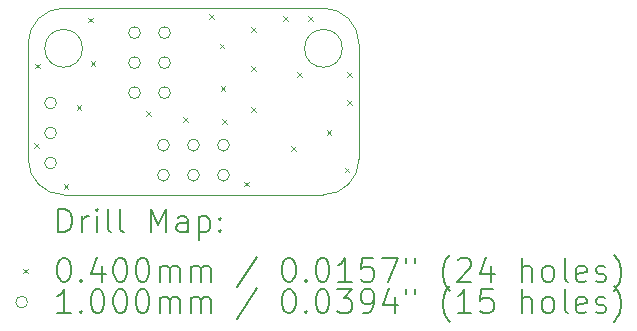
<source format=gbr>
%TF.GenerationSoftware,KiCad,Pcbnew,7.0.9*%
%TF.CreationDate,2025-02-16T20:29:11+01:00*%
%TF.ProjectId,sao_pcb,73616f5f-7063-4622-9e6b-696361645f70,rev?*%
%TF.SameCoordinates,Original*%
%TF.FileFunction,Drillmap*%
%TF.FilePolarity,Positive*%
%FSLAX45Y45*%
G04 Gerber Fmt 4.5, Leading zero omitted, Abs format (unit mm)*
G04 Created by KiCad (PCBNEW 7.0.9) date 2025-02-16 20:29:11*
%MOMM*%
%LPD*%
G01*
G04 APERTURE LIST*
%ADD10C,0.100000*%
%ADD11C,0.200000*%
G04 APERTURE END LIST*
D10*
X14100000Y-8640000D02*
G75*
G03*
X14400000Y-8940000I300000J0D01*
G01*
X16600000Y-8940000D02*
G75*
G03*
X16900000Y-8640000I0J300000D01*
G01*
X16600000Y-8940000D02*
X14400000Y-8940000D01*
X14400000Y-7360000D02*
G75*
G03*
X14100000Y-7660000I0J-300000D01*
G01*
X14100000Y-8640000D02*
X14100000Y-7660000D01*
X16900000Y-7660000D02*
G75*
G03*
X16600000Y-7360000I-300000J0D01*
G01*
X16900000Y-7660000D02*
X16900000Y-8640000D01*
X14400000Y-7360000D02*
X16600000Y-7360000D01*
X14560000Y-7700000D02*
G75*
G03*
X14560000Y-7700000I-160000J0D01*
G01*
X16760000Y-7700000D02*
G75*
G03*
X16760000Y-7700000I-160000J0D01*
G01*
D11*
D10*
X14150000Y-8500000D02*
X14190000Y-8540000D01*
X14190000Y-8500000D02*
X14150000Y-8540000D01*
X14160000Y-7830000D02*
X14200000Y-7870000D01*
X14200000Y-7830000D02*
X14160000Y-7870000D01*
X14400000Y-8850000D02*
X14440000Y-8890000D01*
X14440000Y-8850000D02*
X14400000Y-8890000D01*
X14510000Y-8180000D02*
X14550000Y-8220000D01*
X14550000Y-8180000D02*
X14510000Y-8220000D01*
X14610000Y-7440000D02*
X14650000Y-7480000D01*
X14650000Y-7440000D02*
X14610000Y-7480000D01*
X14630000Y-7810000D02*
X14670000Y-7850000D01*
X14670000Y-7810000D02*
X14630000Y-7850000D01*
X15100000Y-8230000D02*
X15140000Y-8270000D01*
X15140000Y-8230000D02*
X15100000Y-8270000D01*
X15410000Y-8280000D02*
X15450000Y-8320000D01*
X15450000Y-8280000D02*
X15410000Y-8320000D01*
X15630000Y-7410000D02*
X15670000Y-7450000D01*
X15670000Y-7410000D02*
X15630000Y-7450000D01*
X15720000Y-7660000D02*
X15760000Y-7700000D01*
X15760000Y-7660000D02*
X15720000Y-7700000D01*
X15730000Y-8020000D02*
X15770000Y-8060000D01*
X15770000Y-8020000D02*
X15730000Y-8060000D01*
X15740000Y-8300000D02*
X15780000Y-8340000D01*
X15780000Y-8300000D02*
X15740000Y-8340000D01*
X15930000Y-8830000D02*
X15970000Y-8870000D01*
X15970000Y-8830000D02*
X15930000Y-8870000D01*
X15990000Y-7520000D02*
X16030000Y-7560000D01*
X16030000Y-7520000D02*
X15990000Y-7560000D01*
X15990000Y-7850000D02*
X16030000Y-7890000D01*
X16030000Y-7850000D02*
X15990000Y-7890000D01*
X15990000Y-8200000D02*
X16030000Y-8240000D01*
X16030000Y-8200000D02*
X15990000Y-8240000D01*
X16260000Y-7430000D02*
X16300000Y-7470000D01*
X16300000Y-7430000D02*
X16260000Y-7470000D01*
X16326500Y-8530000D02*
X16366500Y-8570000D01*
X16366500Y-8530000D02*
X16326500Y-8570000D01*
X16380000Y-7900000D02*
X16420000Y-7940000D01*
X16420000Y-7900000D02*
X16380000Y-7940000D01*
X16470000Y-7430000D02*
X16510000Y-7470000D01*
X16510000Y-7430000D02*
X16470000Y-7470000D01*
X16626500Y-8390000D02*
X16666500Y-8430000D01*
X16666500Y-8390000D02*
X16626500Y-8430000D01*
X16780000Y-8710000D02*
X16820000Y-8750000D01*
X16820000Y-8710000D02*
X16780000Y-8750000D01*
X16800000Y-7900000D02*
X16840000Y-7940000D01*
X16840000Y-7900000D02*
X16800000Y-7940000D01*
X16800000Y-8140000D02*
X16840000Y-8180000D01*
X16840000Y-8140000D02*
X16800000Y-8180000D01*
X14340000Y-8162000D02*
G75*
G03*
X14340000Y-8162000I-50000J0D01*
G01*
X14340000Y-8416000D02*
G75*
G03*
X14340000Y-8416000I-50000J0D01*
G01*
X14340000Y-8670000D02*
G75*
G03*
X14340000Y-8670000I-50000J0D01*
G01*
X15050000Y-7568297D02*
G75*
G03*
X15050000Y-7568297I-50000J0D01*
G01*
X15050000Y-7822297D02*
G75*
G03*
X15050000Y-7822297I-50000J0D01*
G01*
X15050000Y-8076297D02*
G75*
G03*
X15050000Y-8076297I-50000J0D01*
G01*
X15295500Y-8520000D02*
G75*
G03*
X15295500Y-8520000I-50000J0D01*
G01*
X15295500Y-8774000D02*
G75*
G03*
X15295500Y-8774000I-50000J0D01*
G01*
X15304000Y-7568297D02*
G75*
G03*
X15304000Y-7568297I-50000J0D01*
G01*
X15304000Y-7822297D02*
G75*
G03*
X15304000Y-7822297I-50000J0D01*
G01*
X15304000Y-8076297D02*
G75*
G03*
X15304000Y-8076297I-50000J0D01*
G01*
X15549500Y-8520000D02*
G75*
G03*
X15549500Y-8520000I-50000J0D01*
G01*
X15549500Y-8774000D02*
G75*
G03*
X15549500Y-8774000I-50000J0D01*
G01*
X15803500Y-8520000D02*
G75*
G03*
X15803500Y-8520000I-50000J0D01*
G01*
X15803500Y-8774000D02*
G75*
G03*
X15803500Y-8774000I-50000J0D01*
G01*
D11*
X14355777Y-9256484D02*
X14355777Y-9056484D01*
X14355777Y-9056484D02*
X14403396Y-9056484D01*
X14403396Y-9056484D02*
X14431967Y-9066008D01*
X14431967Y-9066008D02*
X14451015Y-9085055D01*
X14451015Y-9085055D02*
X14460539Y-9104103D01*
X14460539Y-9104103D02*
X14470062Y-9142198D01*
X14470062Y-9142198D02*
X14470062Y-9170770D01*
X14470062Y-9170770D02*
X14460539Y-9208865D01*
X14460539Y-9208865D02*
X14451015Y-9227912D01*
X14451015Y-9227912D02*
X14431967Y-9246960D01*
X14431967Y-9246960D02*
X14403396Y-9256484D01*
X14403396Y-9256484D02*
X14355777Y-9256484D01*
X14555777Y-9256484D02*
X14555777Y-9123150D01*
X14555777Y-9161246D02*
X14565301Y-9142198D01*
X14565301Y-9142198D02*
X14574824Y-9132674D01*
X14574824Y-9132674D02*
X14593872Y-9123150D01*
X14593872Y-9123150D02*
X14612920Y-9123150D01*
X14679586Y-9256484D02*
X14679586Y-9123150D01*
X14679586Y-9056484D02*
X14670062Y-9066008D01*
X14670062Y-9066008D02*
X14679586Y-9075531D01*
X14679586Y-9075531D02*
X14689110Y-9066008D01*
X14689110Y-9066008D02*
X14679586Y-9056484D01*
X14679586Y-9056484D02*
X14679586Y-9075531D01*
X14803396Y-9256484D02*
X14784348Y-9246960D01*
X14784348Y-9246960D02*
X14774824Y-9227912D01*
X14774824Y-9227912D02*
X14774824Y-9056484D01*
X14908158Y-9256484D02*
X14889110Y-9246960D01*
X14889110Y-9246960D02*
X14879586Y-9227912D01*
X14879586Y-9227912D02*
X14879586Y-9056484D01*
X15136729Y-9256484D02*
X15136729Y-9056484D01*
X15136729Y-9056484D02*
X15203396Y-9199341D01*
X15203396Y-9199341D02*
X15270062Y-9056484D01*
X15270062Y-9056484D02*
X15270062Y-9256484D01*
X15451015Y-9256484D02*
X15451015Y-9151722D01*
X15451015Y-9151722D02*
X15441491Y-9132674D01*
X15441491Y-9132674D02*
X15422443Y-9123150D01*
X15422443Y-9123150D02*
X15384348Y-9123150D01*
X15384348Y-9123150D02*
X15365301Y-9132674D01*
X15451015Y-9246960D02*
X15431967Y-9256484D01*
X15431967Y-9256484D02*
X15384348Y-9256484D01*
X15384348Y-9256484D02*
X15365301Y-9246960D01*
X15365301Y-9246960D02*
X15355777Y-9227912D01*
X15355777Y-9227912D02*
X15355777Y-9208865D01*
X15355777Y-9208865D02*
X15365301Y-9189817D01*
X15365301Y-9189817D02*
X15384348Y-9180293D01*
X15384348Y-9180293D02*
X15431967Y-9180293D01*
X15431967Y-9180293D02*
X15451015Y-9170770D01*
X15546253Y-9123150D02*
X15546253Y-9323150D01*
X15546253Y-9132674D02*
X15565301Y-9123150D01*
X15565301Y-9123150D02*
X15603396Y-9123150D01*
X15603396Y-9123150D02*
X15622443Y-9132674D01*
X15622443Y-9132674D02*
X15631967Y-9142198D01*
X15631967Y-9142198D02*
X15641491Y-9161246D01*
X15641491Y-9161246D02*
X15641491Y-9218389D01*
X15641491Y-9218389D02*
X15631967Y-9237436D01*
X15631967Y-9237436D02*
X15622443Y-9246960D01*
X15622443Y-9246960D02*
X15603396Y-9256484D01*
X15603396Y-9256484D02*
X15565301Y-9256484D01*
X15565301Y-9256484D02*
X15546253Y-9246960D01*
X15727205Y-9237436D02*
X15736729Y-9246960D01*
X15736729Y-9246960D02*
X15727205Y-9256484D01*
X15727205Y-9256484D02*
X15717682Y-9246960D01*
X15717682Y-9246960D02*
X15727205Y-9237436D01*
X15727205Y-9237436D02*
X15727205Y-9256484D01*
X15727205Y-9132674D02*
X15736729Y-9142198D01*
X15736729Y-9142198D02*
X15727205Y-9151722D01*
X15727205Y-9151722D02*
X15717682Y-9142198D01*
X15717682Y-9142198D02*
X15727205Y-9132674D01*
X15727205Y-9132674D02*
X15727205Y-9151722D01*
D10*
X14055000Y-9565000D02*
X14095000Y-9605000D01*
X14095000Y-9565000D02*
X14055000Y-9605000D01*
D11*
X14393872Y-9476484D02*
X14412920Y-9476484D01*
X14412920Y-9476484D02*
X14431967Y-9486008D01*
X14431967Y-9486008D02*
X14441491Y-9495531D01*
X14441491Y-9495531D02*
X14451015Y-9514579D01*
X14451015Y-9514579D02*
X14460539Y-9552674D01*
X14460539Y-9552674D02*
X14460539Y-9600293D01*
X14460539Y-9600293D02*
X14451015Y-9638389D01*
X14451015Y-9638389D02*
X14441491Y-9657436D01*
X14441491Y-9657436D02*
X14431967Y-9666960D01*
X14431967Y-9666960D02*
X14412920Y-9676484D01*
X14412920Y-9676484D02*
X14393872Y-9676484D01*
X14393872Y-9676484D02*
X14374824Y-9666960D01*
X14374824Y-9666960D02*
X14365301Y-9657436D01*
X14365301Y-9657436D02*
X14355777Y-9638389D01*
X14355777Y-9638389D02*
X14346253Y-9600293D01*
X14346253Y-9600293D02*
X14346253Y-9552674D01*
X14346253Y-9552674D02*
X14355777Y-9514579D01*
X14355777Y-9514579D02*
X14365301Y-9495531D01*
X14365301Y-9495531D02*
X14374824Y-9486008D01*
X14374824Y-9486008D02*
X14393872Y-9476484D01*
X14546253Y-9657436D02*
X14555777Y-9666960D01*
X14555777Y-9666960D02*
X14546253Y-9676484D01*
X14546253Y-9676484D02*
X14536729Y-9666960D01*
X14536729Y-9666960D02*
X14546253Y-9657436D01*
X14546253Y-9657436D02*
X14546253Y-9676484D01*
X14727205Y-9543150D02*
X14727205Y-9676484D01*
X14679586Y-9466960D02*
X14631967Y-9609817D01*
X14631967Y-9609817D02*
X14755777Y-9609817D01*
X14870062Y-9476484D02*
X14889110Y-9476484D01*
X14889110Y-9476484D02*
X14908158Y-9486008D01*
X14908158Y-9486008D02*
X14917682Y-9495531D01*
X14917682Y-9495531D02*
X14927205Y-9514579D01*
X14927205Y-9514579D02*
X14936729Y-9552674D01*
X14936729Y-9552674D02*
X14936729Y-9600293D01*
X14936729Y-9600293D02*
X14927205Y-9638389D01*
X14927205Y-9638389D02*
X14917682Y-9657436D01*
X14917682Y-9657436D02*
X14908158Y-9666960D01*
X14908158Y-9666960D02*
X14889110Y-9676484D01*
X14889110Y-9676484D02*
X14870062Y-9676484D01*
X14870062Y-9676484D02*
X14851015Y-9666960D01*
X14851015Y-9666960D02*
X14841491Y-9657436D01*
X14841491Y-9657436D02*
X14831967Y-9638389D01*
X14831967Y-9638389D02*
X14822443Y-9600293D01*
X14822443Y-9600293D02*
X14822443Y-9552674D01*
X14822443Y-9552674D02*
X14831967Y-9514579D01*
X14831967Y-9514579D02*
X14841491Y-9495531D01*
X14841491Y-9495531D02*
X14851015Y-9486008D01*
X14851015Y-9486008D02*
X14870062Y-9476484D01*
X15060539Y-9476484D02*
X15079586Y-9476484D01*
X15079586Y-9476484D02*
X15098634Y-9486008D01*
X15098634Y-9486008D02*
X15108158Y-9495531D01*
X15108158Y-9495531D02*
X15117682Y-9514579D01*
X15117682Y-9514579D02*
X15127205Y-9552674D01*
X15127205Y-9552674D02*
X15127205Y-9600293D01*
X15127205Y-9600293D02*
X15117682Y-9638389D01*
X15117682Y-9638389D02*
X15108158Y-9657436D01*
X15108158Y-9657436D02*
X15098634Y-9666960D01*
X15098634Y-9666960D02*
X15079586Y-9676484D01*
X15079586Y-9676484D02*
X15060539Y-9676484D01*
X15060539Y-9676484D02*
X15041491Y-9666960D01*
X15041491Y-9666960D02*
X15031967Y-9657436D01*
X15031967Y-9657436D02*
X15022443Y-9638389D01*
X15022443Y-9638389D02*
X15012920Y-9600293D01*
X15012920Y-9600293D02*
X15012920Y-9552674D01*
X15012920Y-9552674D02*
X15022443Y-9514579D01*
X15022443Y-9514579D02*
X15031967Y-9495531D01*
X15031967Y-9495531D02*
X15041491Y-9486008D01*
X15041491Y-9486008D02*
X15060539Y-9476484D01*
X15212920Y-9676484D02*
X15212920Y-9543150D01*
X15212920Y-9562198D02*
X15222443Y-9552674D01*
X15222443Y-9552674D02*
X15241491Y-9543150D01*
X15241491Y-9543150D02*
X15270063Y-9543150D01*
X15270063Y-9543150D02*
X15289110Y-9552674D01*
X15289110Y-9552674D02*
X15298634Y-9571722D01*
X15298634Y-9571722D02*
X15298634Y-9676484D01*
X15298634Y-9571722D02*
X15308158Y-9552674D01*
X15308158Y-9552674D02*
X15327205Y-9543150D01*
X15327205Y-9543150D02*
X15355777Y-9543150D01*
X15355777Y-9543150D02*
X15374824Y-9552674D01*
X15374824Y-9552674D02*
X15384348Y-9571722D01*
X15384348Y-9571722D02*
X15384348Y-9676484D01*
X15479586Y-9676484D02*
X15479586Y-9543150D01*
X15479586Y-9562198D02*
X15489110Y-9552674D01*
X15489110Y-9552674D02*
X15508158Y-9543150D01*
X15508158Y-9543150D02*
X15536729Y-9543150D01*
X15536729Y-9543150D02*
X15555777Y-9552674D01*
X15555777Y-9552674D02*
X15565301Y-9571722D01*
X15565301Y-9571722D02*
X15565301Y-9676484D01*
X15565301Y-9571722D02*
X15574824Y-9552674D01*
X15574824Y-9552674D02*
X15593872Y-9543150D01*
X15593872Y-9543150D02*
X15622443Y-9543150D01*
X15622443Y-9543150D02*
X15641491Y-9552674D01*
X15641491Y-9552674D02*
X15651015Y-9571722D01*
X15651015Y-9571722D02*
X15651015Y-9676484D01*
X16041491Y-9466960D02*
X15870063Y-9724103D01*
X16298634Y-9476484D02*
X16317682Y-9476484D01*
X16317682Y-9476484D02*
X16336729Y-9486008D01*
X16336729Y-9486008D02*
X16346253Y-9495531D01*
X16346253Y-9495531D02*
X16355777Y-9514579D01*
X16355777Y-9514579D02*
X16365301Y-9552674D01*
X16365301Y-9552674D02*
X16365301Y-9600293D01*
X16365301Y-9600293D02*
X16355777Y-9638389D01*
X16355777Y-9638389D02*
X16346253Y-9657436D01*
X16346253Y-9657436D02*
X16336729Y-9666960D01*
X16336729Y-9666960D02*
X16317682Y-9676484D01*
X16317682Y-9676484D02*
X16298634Y-9676484D01*
X16298634Y-9676484D02*
X16279586Y-9666960D01*
X16279586Y-9666960D02*
X16270063Y-9657436D01*
X16270063Y-9657436D02*
X16260539Y-9638389D01*
X16260539Y-9638389D02*
X16251015Y-9600293D01*
X16251015Y-9600293D02*
X16251015Y-9552674D01*
X16251015Y-9552674D02*
X16260539Y-9514579D01*
X16260539Y-9514579D02*
X16270063Y-9495531D01*
X16270063Y-9495531D02*
X16279586Y-9486008D01*
X16279586Y-9486008D02*
X16298634Y-9476484D01*
X16451015Y-9657436D02*
X16460539Y-9666960D01*
X16460539Y-9666960D02*
X16451015Y-9676484D01*
X16451015Y-9676484D02*
X16441491Y-9666960D01*
X16441491Y-9666960D02*
X16451015Y-9657436D01*
X16451015Y-9657436D02*
X16451015Y-9676484D01*
X16584348Y-9476484D02*
X16603396Y-9476484D01*
X16603396Y-9476484D02*
X16622444Y-9486008D01*
X16622444Y-9486008D02*
X16631967Y-9495531D01*
X16631967Y-9495531D02*
X16641491Y-9514579D01*
X16641491Y-9514579D02*
X16651015Y-9552674D01*
X16651015Y-9552674D02*
X16651015Y-9600293D01*
X16651015Y-9600293D02*
X16641491Y-9638389D01*
X16641491Y-9638389D02*
X16631967Y-9657436D01*
X16631967Y-9657436D02*
X16622444Y-9666960D01*
X16622444Y-9666960D02*
X16603396Y-9676484D01*
X16603396Y-9676484D02*
X16584348Y-9676484D01*
X16584348Y-9676484D02*
X16565301Y-9666960D01*
X16565301Y-9666960D02*
X16555777Y-9657436D01*
X16555777Y-9657436D02*
X16546253Y-9638389D01*
X16546253Y-9638389D02*
X16536729Y-9600293D01*
X16536729Y-9600293D02*
X16536729Y-9552674D01*
X16536729Y-9552674D02*
X16546253Y-9514579D01*
X16546253Y-9514579D02*
X16555777Y-9495531D01*
X16555777Y-9495531D02*
X16565301Y-9486008D01*
X16565301Y-9486008D02*
X16584348Y-9476484D01*
X16841491Y-9676484D02*
X16727206Y-9676484D01*
X16784348Y-9676484D02*
X16784348Y-9476484D01*
X16784348Y-9476484D02*
X16765301Y-9505055D01*
X16765301Y-9505055D02*
X16746253Y-9524103D01*
X16746253Y-9524103D02*
X16727206Y-9533627D01*
X17022444Y-9476484D02*
X16927206Y-9476484D01*
X16927206Y-9476484D02*
X16917682Y-9571722D01*
X16917682Y-9571722D02*
X16927206Y-9562198D01*
X16927206Y-9562198D02*
X16946253Y-9552674D01*
X16946253Y-9552674D02*
X16993872Y-9552674D01*
X16993872Y-9552674D02*
X17012920Y-9562198D01*
X17012920Y-9562198D02*
X17022444Y-9571722D01*
X17022444Y-9571722D02*
X17031968Y-9590770D01*
X17031968Y-9590770D02*
X17031968Y-9638389D01*
X17031968Y-9638389D02*
X17022444Y-9657436D01*
X17022444Y-9657436D02*
X17012920Y-9666960D01*
X17012920Y-9666960D02*
X16993872Y-9676484D01*
X16993872Y-9676484D02*
X16946253Y-9676484D01*
X16946253Y-9676484D02*
X16927206Y-9666960D01*
X16927206Y-9666960D02*
X16917682Y-9657436D01*
X17098634Y-9476484D02*
X17231968Y-9476484D01*
X17231968Y-9476484D02*
X17146253Y-9676484D01*
X17298634Y-9476484D02*
X17298634Y-9514579D01*
X17374825Y-9476484D02*
X17374825Y-9514579D01*
X17670063Y-9752674D02*
X17660539Y-9743150D01*
X17660539Y-9743150D02*
X17641491Y-9714579D01*
X17641491Y-9714579D02*
X17631968Y-9695531D01*
X17631968Y-9695531D02*
X17622444Y-9666960D01*
X17622444Y-9666960D02*
X17612920Y-9619341D01*
X17612920Y-9619341D02*
X17612920Y-9581246D01*
X17612920Y-9581246D02*
X17622444Y-9533627D01*
X17622444Y-9533627D02*
X17631968Y-9505055D01*
X17631968Y-9505055D02*
X17641491Y-9486008D01*
X17641491Y-9486008D02*
X17660539Y-9457436D01*
X17660539Y-9457436D02*
X17670063Y-9447912D01*
X17736730Y-9495531D02*
X17746253Y-9486008D01*
X17746253Y-9486008D02*
X17765301Y-9476484D01*
X17765301Y-9476484D02*
X17812920Y-9476484D01*
X17812920Y-9476484D02*
X17831968Y-9486008D01*
X17831968Y-9486008D02*
X17841491Y-9495531D01*
X17841491Y-9495531D02*
X17851015Y-9514579D01*
X17851015Y-9514579D02*
X17851015Y-9533627D01*
X17851015Y-9533627D02*
X17841491Y-9562198D01*
X17841491Y-9562198D02*
X17727206Y-9676484D01*
X17727206Y-9676484D02*
X17851015Y-9676484D01*
X18022444Y-9543150D02*
X18022444Y-9676484D01*
X17974825Y-9466960D02*
X17927206Y-9609817D01*
X17927206Y-9609817D02*
X18051015Y-9609817D01*
X18279587Y-9676484D02*
X18279587Y-9476484D01*
X18365301Y-9676484D02*
X18365301Y-9571722D01*
X18365301Y-9571722D02*
X18355777Y-9552674D01*
X18355777Y-9552674D02*
X18336730Y-9543150D01*
X18336730Y-9543150D02*
X18308158Y-9543150D01*
X18308158Y-9543150D02*
X18289111Y-9552674D01*
X18289111Y-9552674D02*
X18279587Y-9562198D01*
X18489111Y-9676484D02*
X18470063Y-9666960D01*
X18470063Y-9666960D02*
X18460539Y-9657436D01*
X18460539Y-9657436D02*
X18451015Y-9638389D01*
X18451015Y-9638389D02*
X18451015Y-9581246D01*
X18451015Y-9581246D02*
X18460539Y-9562198D01*
X18460539Y-9562198D02*
X18470063Y-9552674D01*
X18470063Y-9552674D02*
X18489111Y-9543150D01*
X18489111Y-9543150D02*
X18517682Y-9543150D01*
X18517682Y-9543150D02*
X18536730Y-9552674D01*
X18536730Y-9552674D02*
X18546253Y-9562198D01*
X18546253Y-9562198D02*
X18555777Y-9581246D01*
X18555777Y-9581246D02*
X18555777Y-9638389D01*
X18555777Y-9638389D02*
X18546253Y-9657436D01*
X18546253Y-9657436D02*
X18536730Y-9666960D01*
X18536730Y-9666960D02*
X18517682Y-9676484D01*
X18517682Y-9676484D02*
X18489111Y-9676484D01*
X18670063Y-9676484D02*
X18651015Y-9666960D01*
X18651015Y-9666960D02*
X18641492Y-9647912D01*
X18641492Y-9647912D02*
X18641492Y-9476484D01*
X18822444Y-9666960D02*
X18803396Y-9676484D01*
X18803396Y-9676484D02*
X18765301Y-9676484D01*
X18765301Y-9676484D02*
X18746253Y-9666960D01*
X18746253Y-9666960D02*
X18736730Y-9647912D01*
X18736730Y-9647912D02*
X18736730Y-9571722D01*
X18736730Y-9571722D02*
X18746253Y-9552674D01*
X18746253Y-9552674D02*
X18765301Y-9543150D01*
X18765301Y-9543150D02*
X18803396Y-9543150D01*
X18803396Y-9543150D02*
X18822444Y-9552674D01*
X18822444Y-9552674D02*
X18831968Y-9571722D01*
X18831968Y-9571722D02*
X18831968Y-9590770D01*
X18831968Y-9590770D02*
X18736730Y-9609817D01*
X18908158Y-9666960D02*
X18927206Y-9676484D01*
X18927206Y-9676484D02*
X18965301Y-9676484D01*
X18965301Y-9676484D02*
X18984349Y-9666960D01*
X18984349Y-9666960D02*
X18993873Y-9647912D01*
X18993873Y-9647912D02*
X18993873Y-9638389D01*
X18993873Y-9638389D02*
X18984349Y-9619341D01*
X18984349Y-9619341D02*
X18965301Y-9609817D01*
X18965301Y-9609817D02*
X18936730Y-9609817D01*
X18936730Y-9609817D02*
X18917682Y-9600293D01*
X18917682Y-9600293D02*
X18908158Y-9581246D01*
X18908158Y-9581246D02*
X18908158Y-9571722D01*
X18908158Y-9571722D02*
X18917682Y-9552674D01*
X18917682Y-9552674D02*
X18936730Y-9543150D01*
X18936730Y-9543150D02*
X18965301Y-9543150D01*
X18965301Y-9543150D02*
X18984349Y-9552674D01*
X19060539Y-9752674D02*
X19070063Y-9743150D01*
X19070063Y-9743150D02*
X19089111Y-9714579D01*
X19089111Y-9714579D02*
X19098634Y-9695531D01*
X19098634Y-9695531D02*
X19108158Y-9666960D01*
X19108158Y-9666960D02*
X19117682Y-9619341D01*
X19117682Y-9619341D02*
X19117682Y-9581246D01*
X19117682Y-9581246D02*
X19108158Y-9533627D01*
X19108158Y-9533627D02*
X19098634Y-9505055D01*
X19098634Y-9505055D02*
X19089111Y-9486008D01*
X19089111Y-9486008D02*
X19070063Y-9457436D01*
X19070063Y-9457436D02*
X19060539Y-9447912D01*
D10*
X14095000Y-9849000D02*
G75*
G03*
X14095000Y-9849000I-50000J0D01*
G01*
D11*
X14460539Y-9940484D02*
X14346253Y-9940484D01*
X14403396Y-9940484D02*
X14403396Y-9740484D01*
X14403396Y-9740484D02*
X14384348Y-9769055D01*
X14384348Y-9769055D02*
X14365301Y-9788103D01*
X14365301Y-9788103D02*
X14346253Y-9797627D01*
X14546253Y-9921436D02*
X14555777Y-9930960D01*
X14555777Y-9930960D02*
X14546253Y-9940484D01*
X14546253Y-9940484D02*
X14536729Y-9930960D01*
X14536729Y-9930960D02*
X14546253Y-9921436D01*
X14546253Y-9921436D02*
X14546253Y-9940484D01*
X14679586Y-9740484D02*
X14698634Y-9740484D01*
X14698634Y-9740484D02*
X14717682Y-9750008D01*
X14717682Y-9750008D02*
X14727205Y-9759531D01*
X14727205Y-9759531D02*
X14736729Y-9778579D01*
X14736729Y-9778579D02*
X14746253Y-9816674D01*
X14746253Y-9816674D02*
X14746253Y-9864293D01*
X14746253Y-9864293D02*
X14736729Y-9902389D01*
X14736729Y-9902389D02*
X14727205Y-9921436D01*
X14727205Y-9921436D02*
X14717682Y-9930960D01*
X14717682Y-9930960D02*
X14698634Y-9940484D01*
X14698634Y-9940484D02*
X14679586Y-9940484D01*
X14679586Y-9940484D02*
X14660539Y-9930960D01*
X14660539Y-9930960D02*
X14651015Y-9921436D01*
X14651015Y-9921436D02*
X14641491Y-9902389D01*
X14641491Y-9902389D02*
X14631967Y-9864293D01*
X14631967Y-9864293D02*
X14631967Y-9816674D01*
X14631967Y-9816674D02*
X14641491Y-9778579D01*
X14641491Y-9778579D02*
X14651015Y-9759531D01*
X14651015Y-9759531D02*
X14660539Y-9750008D01*
X14660539Y-9750008D02*
X14679586Y-9740484D01*
X14870062Y-9740484D02*
X14889110Y-9740484D01*
X14889110Y-9740484D02*
X14908158Y-9750008D01*
X14908158Y-9750008D02*
X14917682Y-9759531D01*
X14917682Y-9759531D02*
X14927205Y-9778579D01*
X14927205Y-9778579D02*
X14936729Y-9816674D01*
X14936729Y-9816674D02*
X14936729Y-9864293D01*
X14936729Y-9864293D02*
X14927205Y-9902389D01*
X14927205Y-9902389D02*
X14917682Y-9921436D01*
X14917682Y-9921436D02*
X14908158Y-9930960D01*
X14908158Y-9930960D02*
X14889110Y-9940484D01*
X14889110Y-9940484D02*
X14870062Y-9940484D01*
X14870062Y-9940484D02*
X14851015Y-9930960D01*
X14851015Y-9930960D02*
X14841491Y-9921436D01*
X14841491Y-9921436D02*
X14831967Y-9902389D01*
X14831967Y-9902389D02*
X14822443Y-9864293D01*
X14822443Y-9864293D02*
X14822443Y-9816674D01*
X14822443Y-9816674D02*
X14831967Y-9778579D01*
X14831967Y-9778579D02*
X14841491Y-9759531D01*
X14841491Y-9759531D02*
X14851015Y-9750008D01*
X14851015Y-9750008D02*
X14870062Y-9740484D01*
X15060539Y-9740484D02*
X15079586Y-9740484D01*
X15079586Y-9740484D02*
X15098634Y-9750008D01*
X15098634Y-9750008D02*
X15108158Y-9759531D01*
X15108158Y-9759531D02*
X15117682Y-9778579D01*
X15117682Y-9778579D02*
X15127205Y-9816674D01*
X15127205Y-9816674D02*
X15127205Y-9864293D01*
X15127205Y-9864293D02*
X15117682Y-9902389D01*
X15117682Y-9902389D02*
X15108158Y-9921436D01*
X15108158Y-9921436D02*
X15098634Y-9930960D01*
X15098634Y-9930960D02*
X15079586Y-9940484D01*
X15079586Y-9940484D02*
X15060539Y-9940484D01*
X15060539Y-9940484D02*
X15041491Y-9930960D01*
X15041491Y-9930960D02*
X15031967Y-9921436D01*
X15031967Y-9921436D02*
X15022443Y-9902389D01*
X15022443Y-9902389D02*
X15012920Y-9864293D01*
X15012920Y-9864293D02*
X15012920Y-9816674D01*
X15012920Y-9816674D02*
X15022443Y-9778579D01*
X15022443Y-9778579D02*
X15031967Y-9759531D01*
X15031967Y-9759531D02*
X15041491Y-9750008D01*
X15041491Y-9750008D02*
X15060539Y-9740484D01*
X15212920Y-9940484D02*
X15212920Y-9807150D01*
X15212920Y-9826198D02*
X15222443Y-9816674D01*
X15222443Y-9816674D02*
X15241491Y-9807150D01*
X15241491Y-9807150D02*
X15270063Y-9807150D01*
X15270063Y-9807150D02*
X15289110Y-9816674D01*
X15289110Y-9816674D02*
X15298634Y-9835722D01*
X15298634Y-9835722D02*
X15298634Y-9940484D01*
X15298634Y-9835722D02*
X15308158Y-9816674D01*
X15308158Y-9816674D02*
X15327205Y-9807150D01*
X15327205Y-9807150D02*
X15355777Y-9807150D01*
X15355777Y-9807150D02*
X15374824Y-9816674D01*
X15374824Y-9816674D02*
X15384348Y-9835722D01*
X15384348Y-9835722D02*
X15384348Y-9940484D01*
X15479586Y-9940484D02*
X15479586Y-9807150D01*
X15479586Y-9826198D02*
X15489110Y-9816674D01*
X15489110Y-9816674D02*
X15508158Y-9807150D01*
X15508158Y-9807150D02*
X15536729Y-9807150D01*
X15536729Y-9807150D02*
X15555777Y-9816674D01*
X15555777Y-9816674D02*
X15565301Y-9835722D01*
X15565301Y-9835722D02*
X15565301Y-9940484D01*
X15565301Y-9835722D02*
X15574824Y-9816674D01*
X15574824Y-9816674D02*
X15593872Y-9807150D01*
X15593872Y-9807150D02*
X15622443Y-9807150D01*
X15622443Y-9807150D02*
X15641491Y-9816674D01*
X15641491Y-9816674D02*
X15651015Y-9835722D01*
X15651015Y-9835722D02*
X15651015Y-9940484D01*
X16041491Y-9730960D02*
X15870063Y-9988103D01*
X16298634Y-9740484D02*
X16317682Y-9740484D01*
X16317682Y-9740484D02*
X16336729Y-9750008D01*
X16336729Y-9750008D02*
X16346253Y-9759531D01*
X16346253Y-9759531D02*
X16355777Y-9778579D01*
X16355777Y-9778579D02*
X16365301Y-9816674D01*
X16365301Y-9816674D02*
X16365301Y-9864293D01*
X16365301Y-9864293D02*
X16355777Y-9902389D01*
X16355777Y-9902389D02*
X16346253Y-9921436D01*
X16346253Y-9921436D02*
X16336729Y-9930960D01*
X16336729Y-9930960D02*
X16317682Y-9940484D01*
X16317682Y-9940484D02*
X16298634Y-9940484D01*
X16298634Y-9940484D02*
X16279586Y-9930960D01*
X16279586Y-9930960D02*
X16270063Y-9921436D01*
X16270063Y-9921436D02*
X16260539Y-9902389D01*
X16260539Y-9902389D02*
X16251015Y-9864293D01*
X16251015Y-9864293D02*
X16251015Y-9816674D01*
X16251015Y-9816674D02*
X16260539Y-9778579D01*
X16260539Y-9778579D02*
X16270063Y-9759531D01*
X16270063Y-9759531D02*
X16279586Y-9750008D01*
X16279586Y-9750008D02*
X16298634Y-9740484D01*
X16451015Y-9921436D02*
X16460539Y-9930960D01*
X16460539Y-9930960D02*
X16451015Y-9940484D01*
X16451015Y-9940484D02*
X16441491Y-9930960D01*
X16441491Y-9930960D02*
X16451015Y-9921436D01*
X16451015Y-9921436D02*
X16451015Y-9940484D01*
X16584348Y-9740484D02*
X16603396Y-9740484D01*
X16603396Y-9740484D02*
X16622444Y-9750008D01*
X16622444Y-9750008D02*
X16631967Y-9759531D01*
X16631967Y-9759531D02*
X16641491Y-9778579D01*
X16641491Y-9778579D02*
X16651015Y-9816674D01*
X16651015Y-9816674D02*
X16651015Y-9864293D01*
X16651015Y-9864293D02*
X16641491Y-9902389D01*
X16641491Y-9902389D02*
X16631967Y-9921436D01*
X16631967Y-9921436D02*
X16622444Y-9930960D01*
X16622444Y-9930960D02*
X16603396Y-9940484D01*
X16603396Y-9940484D02*
X16584348Y-9940484D01*
X16584348Y-9940484D02*
X16565301Y-9930960D01*
X16565301Y-9930960D02*
X16555777Y-9921436D01*
X16555777Y-9921436D02*
X16546253Y-9902389D01*
X16546253Y-9902389D02*
X16536729Y-9864293D01*
X16536729Y-9864293D02*
X16536729Y-9816674D01*
X16536729Y-9816674D02*
X16546253Y-9778579D01*
X16546253Y-9778579D02*
X16555777Y-9759531D01*
X16555777Y-9759531D02*
X16565301Y-9750008D01*
X16565301Y-9750008D02*
X16584348Y-9740484D01*
X16717682Y-9740484D02*
X16841491Y-9740484D01*
X16841491Y-9740484D02*
X16774825Y-9816674D01*
X16774825Y-9816674D02*
X16803396Y-9816674D01*
X16803396Y-9816674D02*
X16822444Y-9826198D01*
X16822444Y-9826198D02*
X16831968Y-9835722D01*
X16831968Y-9835722D02*
X16841491Y-9854770D01*
X16841491Y-9854770D02*
X16841491Y-9902389D01*
X16841491Y-9902389D02*
X16831968Y-9921436D01*
X16831968Y-9921436D02*
X16822444Y-9930960D01*
X16822444Y-9930960D02*
X16803396Y-9940484D01*
X16803396Y-9940484D02*
X16746253Y-9940484D01*
X16746253Y-9940484D02*
X16727206Y-9930960D01*
X16727206Y-9930960D02*
X16717682Y-9921436D01*
X16936729Y-9940484D02*
X16974825Y-9940484D01*
X16974825Y-9940484D02*
X16993872Y-9930960D01*
X16993872Y-9930960D02*
X17003396Y-9921436D01*
X17003396Y-9921436D02*
X17022444Y-9892865D01*
X17022444Y-9892865D02*
X17031968Y-9854770D01*
X17031968Y-9854770D02*
X17031968Y-9778579D01*
X17031968Y-9778579D02*
X17022444Y-9759531D01*
X17022444Y-9759531D02*
X17012920Y-9750008D01*
X17012920Y-9750008D02*
X16993872Y-9740484D01*
X16993872Y-9740484D02*
X16955777Y-9740484D01*
X16955777Y-9740484D02*
X16936729Y-9750008D01*
X16936729Y-9750008D02*
X16927206Y-9759531D01*
X16927206Y-9759531D02*
X16917682Y-9778579D01*
X16917682Y-9778579D02*
X16917682Y-9826198D01*
X16917682Y-9826198D02*
X16927206Y-9845246D01*
X16927206Y-9845246D02*
X16936729Y-9854770D01*
X16936729Y-9854770D02*
X16955777Y-9864293D01*
X16955777Y-9864293D02*
X16993872Y-9864293D01*
X16993872Y-9864293D02*
X17012920Y-9854770D01*
X17012920Y-9854770D02*
X17022444Y-9845246D01*
X17022444Y-9845246D02*
X17031968Y-9826198D01*
X17203396Y-9807150D02*
X17203396Y-9940484D01*
X17155777Y-9730960D02*
X17108158Y-9873817D01*
X17108158Y-9873817D02*
X17231968Y-9873817D01*
X17298634Y-9740484D02*
X17298634Y-9778579D01*
X17374825Y-9740484D02*
X17374825Y-9778579D01*
X17670063Y-10016674D02*
X17660539Y-10007150D01*
X17660539Y-10007150D02*
X17641491Y-9978579D01*
X17641491Y-9978579D02*
X17631968Y-9959531D01*
X17631968Y-9959531D02*
X17622444Y-9930960D01*
X17622444Y-9930960D02*
X17612920Y-9883341D01*
X17612920Y-9883341D02*
X17612920Y-9845246D01*
X17612920Y-9845246D02*
X17622444Y-9797627D01*
X17622444Y-9797627D02*
X17631968Y-9769055D01*
X17631968Y-9769055D02*
X17641491Y-9750008D01*
X17641491Y-9750008D02*
X17660539Y-9721436D01*
X17660539Y-9721436D02*
X17670063Y-9711912D01*
X17851015Y-9940484D02*
X17736730Y-9940484D01*
X17793872Y-9940484D02*
X17793872Y-9740484D01*
X17793872Y-9740484D02*
X17774825Y-9769055D01*
X17774825Y-9769055D02*
X17755777Y-9788103D01*
X17755777Y-9788103D02*
X17736730Y-9797627D01*
X18031968Y-9740484D02*
X17936730Y-9740484D01*
X17936730Y-9740484D02*
X17927206Y-9835722D01*
X17927206Y-9835722D02*
X17936730Y-9826198D01*
X17936730Y-9826198D02*
X17955777Y-9816674D01*
X17955777Y-9816674D02*
X18003396Y-9816674D01*
X18003396Y-9816674D02*
X18022444Y-9826198D01*
X18022444Y-9826198D02*
X18031968Y-9835722D01*
X18031968Y-9835722D02*
X18041491Y-9854770D01*
X18041491Y-9854770D02*
X18041491Y-9902389D01*
X18041491Y-9902389D02*
X18031968Y-9921436D01*
X18031968Y-9921436D02*
X18022444Y-9930960D01*
X18022444Y-9930960D02*
X18003396Y-9940484D01*
X18003396Y-9940484D02*
X17955777Y-9940484D01*
X17955777Y-9940484D02*
X17936730Y-9930960D01*
X17936730Y-9930960D02*
X17927206Y-9921436D01*
X18279587Y-9940484D02*
X18279587Y-9740484D01*
X18365301Y-9940484D02*
X18365301Y-9835722D01*
X18365301Y-9835722D02*
X18355777Y-9816674D01*
X18355777Y-9816674D02*
X18336730Y-9807150D01*
X18336730Y-9807150D02*
X18308158Y-9807150D01*
X18308158Y-9807150D02*
X18289111Y-9816674D01*
X18289111Y-9816674D02*
X18279587Y-9826198D01*
X18489111Y-9940484D02*
X18470063Y-9930960D01*
X18470063Y-9930960D02*
X18460539Y-9921436D01*
X18460539Y-9921436D02*
X18451015Y-9902389D01*
X18451015Y-9902389D02*
X18451015Y-9845246D01*
X18451015Y-9845246D02*
X18460539Y-9826198D01*
X18460539Y-9826198D02*
X18470063Y-9816674D01*
X18470063Y-9816674D02*
X18489111Y-9807150D01*
X18489111Y-9807150D02*
X18517682Y-9807150D01*
X18517682Y-9807150D02*
X18536730Y-9816674D01*
X18536730Y-9816674D02*
X18546253Y-9826198D01*
X18546253Y-9826198D02*
X18555777Y-9845246D01*
X18555777Y-9845246D02*
X18555777Y-9902389D01*
X18555777Y-9902389D02*
X18546253Y-9921436D01*
X18546253Y-9921436D02*
X18536730Y-9930960D01*
X18536730Y-9930960D02*
X18517682Y-9940484D01*
X18517682Y-9940484D02*
X18489111Y-9940484D01*
X18670063Y-9940484D02*
X18651015Y-9930960D01*
X18651015Y-9930960D02*
X18641492Y-9911912D01*
X18641492Y-9911912D02*
X18641492Y-9740484D01*
X18822444Y-9930960D02*
X18803396Y-9940484D01*
X18803396Y-9940484D02*
X18765301Y-9940484D01*
X18765301Y-9940484D02*
X18746253Y-9930960D01*
X18746253Y-9930960D02*
X18736730Y-9911912D01*
X18736730Y-9911912D02*
X18736730Y-9835722D01*
X18736730Y-9835722D02*
X18746253Y-9816674D01*
X18746253Y-9816674D02*
X18765301Y-9807150D01*
X18765301Y-9807150D02*
X18803396Y-9807150D01*
X18803396Y-9807150D02*
X18822444Y-9816674D01*
X18822444Y-9816674D02*
X18831968Y-9835722D01*
X18831968Y-9835722D02*
X18831968Y-9854770D01*
X18831968Y-9854770D02*
X18736730Y-9873817D01*
X18908158Y-9930960D02*
X18927206Y-9940484D01*
X18927206Y-9940484D02*
X18965301Y-9940484D01*
X18965301Y-9940484D02*
X18984349Y-9930960D01*
X18984349Y-9930960D02*
X18993873Y-9911912D01*
X18993873Y-9911912D02*
X18993873Y-9902389D01*
X18993873Y-9902389D02*
X18984349Y-9883341D01*
X18984349Y-9883341D02*
X18965301Y-9873817D01*
X18965301Y-9873817D02*
X18936730Y-9873817D01*
X18936730Y-9873817D02*
X18917682Y-9864293D01*
X18917682Y-9864293D02*
X18908158Y-9845246D01*
X18908158Y-9845246D02*
X18908158Y-9835722D01*
X18908158Y-9835722D02*
X18917682Y-9816674D01*
X18917682Y-9816674D02*
X18936730Y-9807150D01*
X18936730Y-9807150D02*
X18965301Y-9807150D01*
X18965301Y-9807150D02*
X18984349Y-9816674D01*
X19060539Y-10016674D02*
X19070063Y-10007150D01*
X19070063Y-10007150D02*
X19089111Y-9978579D01*
X19089111Y-9978579D02*
X19098634Y-9959531D01*
X19098634Y-9959531D02*
X19108158Y-9930960D01*
X19108158Y-9930960D02*
X19117682Y-9883341D01*
X19117682Y-9883341D02*
X19117682Y-9845246D01*
X19117682Y-9845246D02*
X19108158Y-9797627D01*
X19108158Y-9797627D02*
X19098634Y-9769055D01*
X19098634Y-9769055D02*
X19089111Y-9750008D01*
X19089111Y-9750008D02*
X19070063Y-9721436D01*
X19070063Y-9721436D02*
X19060539Y-9711912D01*
M02*

</source>
